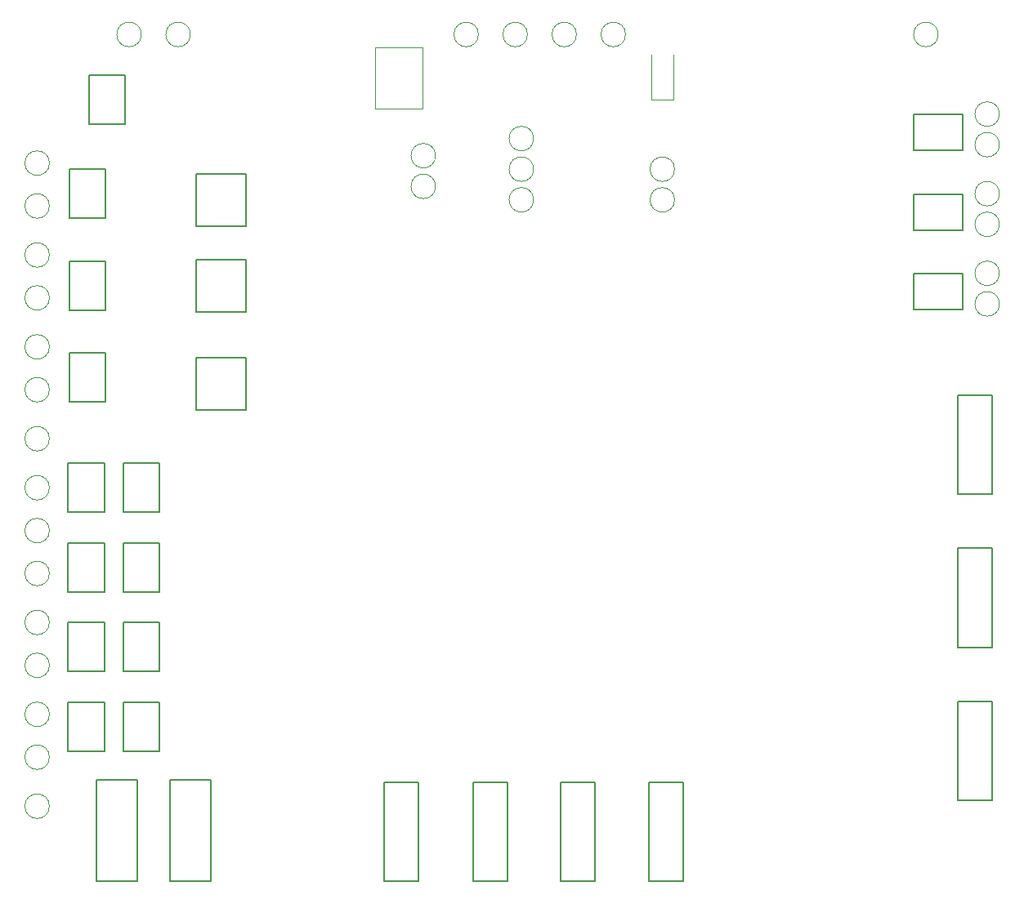
<source format=gbr>
%TF.GenerationSoftware,Altium Limited,Altium Designer,19.1.7 (138)*%
G04 Layer_Color=16711935*
%FSLAX26Y26*%
%MOIN*%
%TF.FileFunction,Other,Top_3D_Body*%
%TF.Part,Single*%
G01*
G75*
%TA.AperFunction,NonConductor*%
%ADD49C,0.003937*%
%ADD52C,0.007874*%
D49*
X1125000Y2125000D02*
G03*
X1125000Y2125000I-50000J0D01*
G01*
Y1950000D02*
G03*
X1125000Y1950000I-50000J0D01*
G01*
Y2325000D02*
G03*
X1125000Y2325000I-50000J0D01*
G01*
X5000000Y3550000D02*
G03*
X5000000Y3550000I-50000J0D01*
G01*
X1125000Y3825000D02*
G03*
X1125000Y3825000I-50000J0D01*
G01*
Y4000000D02*
G03*
X1125000Y4000000I-50000J0D01*
G01*
Y3450000D02*
G03*
X1125000Y3450000I-50000J0D01*
G01*
Y3625000D02*
G03*
X1125000Y3625000I-50000J0D01*
G01*
Y3075000D02*
G03*
X1125000Y3075000I-50000J0D01*
G01*
Y3250000D02*
G03*
X1125000Y3250000I-50000J0D01*
G01*
X3475000Y4525000D02*
G03*
X3475000Y4525000I-50000J0D01*
G01*
X1125000Y2500000D02*
G03*
X1125000Y2500000I-50000J0D01*
G01*
X1500000Y4525000D02*
G03*
X1500000Y4525000I-50000J0D01*
G01*
X1125000Y1750000D02*
G03*
X1125000Y1750000I-50000J0D01*
G01*
Y1375000D02*
G03*
X1125000Y1375000I-50000J0D01*
G01*
Y1575000D02*
G03*
X1125000Y1575000I-50000J0D01*
G01*
X5000000Y3750000D02*
G03*
X5000000Y3750000I-50000J0D01*
G01*
Y3875000D02*
G03*
X5000000Y3875000I-50000J0D01*
G01*
Y4075000D02*
G03*
X5000000Y4075000I-50000J0D01*
G01*
Y4200000D02*
G03*
X5000000Y4200000I-50000J0D01*
G01*
Y3425000D02*
G03*
X5000000Y3425000I-50000J0D01*
G01*
X1125000Y2875000D02*
G03*
X1125000Y2875000I-50000J0D01*
G01*
Y2675000D02*
G03*
X1125000Y2675000I-50000J0D01*
G01*
X2875000Y4525000D02*
G03*
X2875000Y4525000I-50000J0D01*
G01*
X3075000D02*
G03*
X3075000Y4525000I-50000J0D01*
G01*
X3275000D02*
G03*
X3275000Y4525000I-50000J0D01*
G01*
X1700000D02*
G03*
X1700000Y4525000I-50000J0D01*
G01*
X4750000D02*
G03*
X4750000Y4525000I-50000J0D01*
G01*
X3675000Y3975000D02*
G03*
X3675000Y3975000I-50000J0D01*
G01*
Y3850000D02*
G03*
X3675000Y3850000I-50000J0D01*
G01*
X3100000D02*
G03*
X3100000Y3850000I-50000J0D01*
G01*
Y3975000D02*
G03*
X3100000Y3975000I-50000J0D01*
G01*
Y4100000D02*
G03*
X3100000Y4100000I-50000J0D01*
G01*
X2700000Y3904921D02*
G03*
X2700000Y3904921I-50000J0D01*
G01*
Y4029921D02*
G03*
X2700000Y4029921I-50000J0D01*
G01*
X2452953Y4472000D02*
X2647047D01*
X2452953Y4222000D02*
Y4472000D01*
Y4222000D02*
X2647047D01*
Y4472000D01*
X3578937Y4258071D02*
Y4441929D01*
Y4258071D02*
X3671063D01*
Y4441929D01*
D52*
X3350079Y1067441D02*
Y1472559D01*
X3209921Y1067441D02*
X3350079D01*
X3209921D02*
Y1472559D01*
X3350079D01*
X2630197Y1067441D02*
Y1472559D01*
X2490039Y1067441D02*
X2630197D01*
X2490039D02*
Y1472559D01*
X2630197D01*
X2995079Y1067441D02*
Y1472559D01*
X2854921Y1067441D02*
X2995079D01*
X2854921D02*
Y1472559D01*
X2995079D01*
X3710079Y1067441D02*
Y1472559D01*
X3569921Y1067441D02*
X3710079D01*
X3569921D02*
Y1472559D01*
X3710079D01*
X4829922Y2022441D02*
Y2427559D01*
X4970079D01*
Y2022441D02*
Y2427559D01*
X4829922Y2022441D02*
X4970079D01*
X4829922Y1397441D02*
Y1802559D01*
X4970079D01*
Y1397441D02*
Y1802559D01*
X4829922Y1397441D02*
X4970079D01*
X4829921Y2647441D02*
X4970079D01*
Y3052559D01*
X4829921D02*
X4970079D01*
X4829921Y2647441D02*
Y3052559D01*
X1426181Y2575591D02*
Y2774409D01*
Y2575591D02*
X1573819D01*
Y2774409D01*
X1426181D02*
X1573819D01*
X1286181Y4160591D02*
Y4359409D01*
Y4160591D02*
X1433819D01*
Y4359409D01*
X1286181D02*
X1433819D01*
X1201181Y2575591D02*
Y2774409D01*
Y2575591D02*
X1348819D01*
Y2774409D01*
X1201181D02*
X1348819D01*
X4650591Y4051181D02*
X4849409D01*
Y4198819D01*
X4650591D02*
X4849409D01*
X4650591Y4051181D02*
Y4198819D01*
Y3726181D02*
X4849409D01*
Y3873819D01*
X4650591D02*
X4849409D01*
X4650591Y3726181D02*
Y3873819D01*
Y3401181D02*
X4849409D01*
Y3548819D01*
X4650591D02*
X4849409D01*
X4650591Y3401181D02*
Y3548819D01*
X1426181Y1600591D02*
Y1799409D01*
Y1600591D02*
X1573819D01*
Y1799409D01*
X1426181D02*
X1573819D01*
X1201181Y1600591D02*
Y1799409D01*
Y1600591D02*
X1348819D01*
Y1799409D01*
X1201181D02*
X1348819D01*
X1206181Y3775591D02*
Y3974409D01*
Y3775591D02*
X1353819D01*
Y3974409D01*
X1206181D02*
X1353819D01*
X1206181Y3400591D02*
Y3599409D01*
Y3400591D02*
X1353819D01*
Y3599409D01*
X1206181D02*
X1353819D01*
X1206181Y3025591D02*
Y3224409D01*
Y3025591D02*
X1353819D01*
Y3224409D01*
X1206181D02*
X1353819D01*
X1201181Y2250591D02*
Y2449409D01*
Y2250591D02*
X1348819D01*
Y2449409D01*
X1201181D02*
X1348819D01*
X1201181Y1925591D02*
Y2124409D01*
Y1925591D02*
X1348819D01*
Y2124409D01*
X1201181D02*
X1348819D01*
X1723622Y3956890D02*
X1926378D01*
X1723622Y3743110D02*
Y3956890D01*
Y3743110D02*
X1926378D01*
Y3956890D01*
X1723622Y3206890D02*
X1926378D01*
X1723622Y2993110D02*
Y3206890D01*
Y2993110D02*
X1926378D01*
Y3206890D01*
X1723622Y3606890D02*
X1926378D01*
X1723622Y3393110D02*
Y3606890D01*
Y3393110D02*
X1926378D01*
Y3606890D01*
X1317000Y1069000D02*
X1483000D01*
Y1481000D01*
X1317000D02*
X1483000D01*
X1317000Y1069000D02*
Y1481000D01*
X1617000D02*
X1783000D01*
X1617000Y1069000D02*
Y1481000D01*
Y1069000D02*
X1783000D01*
Y1481000D01*
X1426181Y1925591D02*
Y2124409D01*
Y1925591D02*
X1573819D01*
Y2124409D01*
X1426181D02*
X1573819D01*
X1426181Y2250591D02*
Y2449409D01*
Y2250591D02*
X1573819D01*
Y2449409D01*
X1426181D02*
X1573819D01*
%TF.MD5,c0a8c754cd585c3e114214286e2cc08b*%
M02*

</source>
